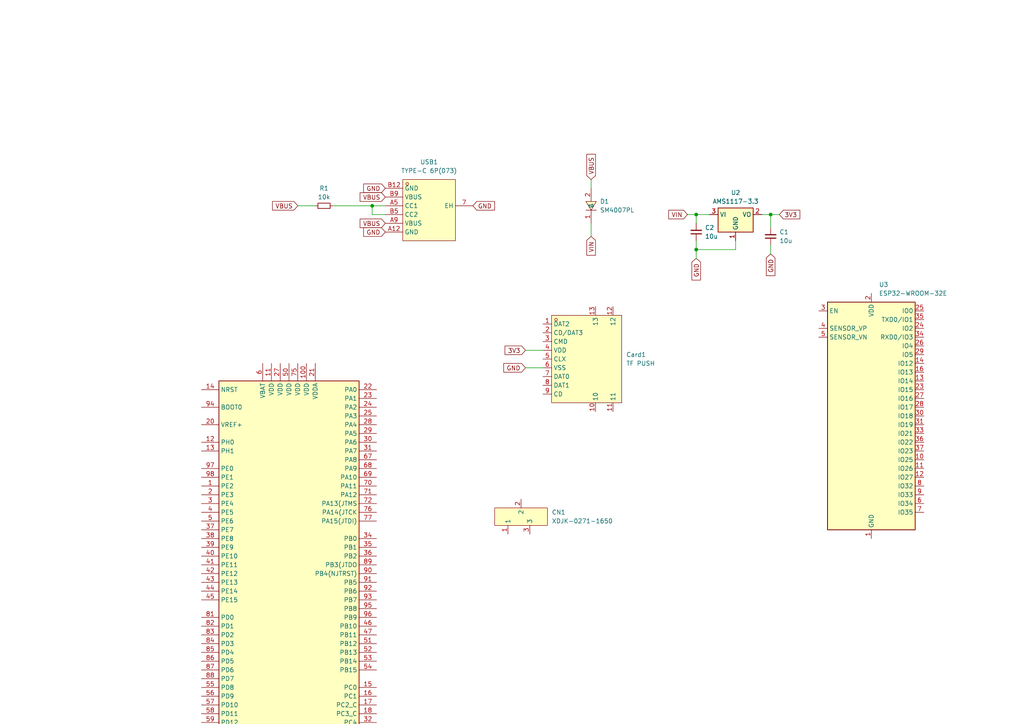
<source format=kicad_sch>
(kicad_sch (version 20231120) (generator "eeschema") (generator_version "8.0")
  (paper "A4")
  (lib_symbols
    (symbol "Device:C_Small" (pin_numbers hide) (pin_names (offset 0.254) hide)
      (property "Reference" "C" (at 0.254 1.778 0))
      (property "Value" "C_Small" (at 0.254 -2.032 0))
      (symbol "C_Small_0_1"
        (polyline (pts (xy -1.524 -0.508) (xy 1.524 -0.508)) (stroke (width 0.3302)))
        (polyline (pts (xy -1.524 0.508) (xy 1.524 0.508)) (stroke (width 0.3048)))
      )
      (symbol "C_Small_1_1"
        (pin passive line (at 0 2.54 270) (length 2.032) (name "~") (number "1"))
        (pin passive line (at 0 -2.54 90) (length 2.032) (name "~") (number "2"))
      )
    )
    (symbol "Device:R_Small" (pin_numbers hide) (pin_names (offset 0.254) hide)
      (property "Reference" "R" (at 0.762 0.508 0))
      (property "Value" "R_Small" (at 0.762 -1.016 0))
      (symbol "R_Small_0_1"
        (rectangle (start -0.762 1.778) (end 0.762 -1.778) (stroke (width 0.2032)))
      )
      (symbol "R_Small_1_1"
        (pin passive line (at 0 2.54 270) (length 0.762) (name "~") (number "1"))
        (pin passive line (at 0 -2.54 90) (length 0.762) (name "~") (number "2"))
      )
    )
    (symbol "MCU_ST_STM32H7:STM32H723VETx"
      (property "Reference" "U" (at -20.32 67.31 0))
      (property "Value" "STM32H723VETx" (at 10.16 67.31 0))
      (symbol "STM32H723VETx_0_1"
        (rectangle (start -20.32 -66.04) (end 20.32 66.04) (stroke (width 0.254)) (fill (type background)))
      )
      (symbol "STM32H723VETx_1_1"
        (pin bidirectional line (at -25.4 35.56 0) (length 5.08) (name "PE2") (number "1"))
        (pin power_in line (at 0 -71.12 90) (length 5.08) (name "VSS") (number "10"))
        (pin power_in line (at 5.08 71.12 270) (length 5.08) (name "VDD") (number "100"))
        (pin power_in line (at -5.08 71.12 270) (length 5.08) (name "VDD") (number "11"))
        (pin bidirectional line (at -25.4 48.26 0) (length 5.08) (name "PH0") (number "12"))
        (pin bidirectional line (at -25.4 45.72 0) (length 5.08) (name "PH1") (number "13"))
        (pin input line (at -25.4 63.5 0) (length 5.08) (name "NRST") (number "14"))
        (pin bidirectional line (at 25.4 -22.86 180) (length 5.08) (name "PC0") (number "15"))
        (pin bidirectional line (at 25.4 -25.4 180) (length 5.08) (name "PC1") (number "16"))
        (pin bidirectional line (at 25.4 -27.94 180) (length 5.08) (name "PC2_C") (number "17"))
        (pin bidirectional line (at 25.4 -30.48 180) (length 5.08) (name "PC3_C") (number "18"))
        (pin power_in line (at 2.54 -71.12 90) (length 5.08) (name "VSSA") (number "19"))
        (pin bidirectional line (at -25.4 33.02 0) (length 5.08) (name "PE3") (number "2"))
        (pin input line (at -25.4 53.34 0) (length 5.08) (name "VREF+") (number "20"))
        (pin power_in line (at 7.62 71.12 270) (length 5.08) (name "VDDA") (number "21"))
        (pin bidirectional line (at 25.4 63.5 180) (length 5.08) (name "PA0") (number "22"))
        (pin bidirectional line (at 25.4 60.96 180) (length 5.08) (name "PA1") (number "23"))
        (pin bidirectional line (at 25.4 58.42 180) (length 5.08) (name "PA2") (number "24"))
        (pin bidirectional line (at 25.4 55.88 180) (length 5.08) (name "PA3") (number "25"))
        (pin passive line (at 0 -71.12 90) (length 5.08) hide (name "VSS") (number "26"))
        (pin power_in line (at -2.54 71.12 270) (length 5.08) (name "VDD") (number "27"))
        (pin bidirectional line (at 25.4 53.34 180) (length 5.08) (name "PA4") (number "28"))
        (pin bidirectional line (at 25.4 50.8 180) (length 5.08) (name "PA5") (number "29"))
        (pin bidirectional line (at -25.4 30.48 0) (length 5.08) (name "PE4") (number "3"))
        (pin bidirectional line (at 25.4 48.26 180) (length 5.08) (name "PA6") (number "30"))
        (pin bidirectional line (at 25.4 45.72 180) (length 5.08) (name "PA7") (number "31"))
        (pin bidirectional line (at 25.4 -33.02 180) (length 5.08) (name "PC4") (number "32"))
        (pin bidirectional line (at 25.4 -35.56 180) (length 5.08) (name "PC5") (number "33"))
        (pin bidirectional line (at 25.4 20.32 180) (length 5.08) (name "PB0") (number "34"))
        (pin bidirectional line (at 25.4 17.78 180) (length 5.08) (name "PB1") (number "35"))
        (pin bidirectional line (at 25.4 15.24 180) (length 5.08) (name "PB2") (number "36"))
        (pin bidirectional line (at -25.4 22.86 0) (length 5.08) (name "PE7") (number "37"))
        (pin bidirectional line (at -25.4 20.32 0) (length 5.08) (name "PE8") (number "38"))
        (pin bidirectional line (at -25.4 17.78 0) (length 5.08) (name "PE9") (number "39"))
        (pin bidirectional line (at -25.4 27.94 0) (length 5.08) (name "PE5") (number "4"))
        (pin bidirectional line (at -25.4 15.24 0) (length 5.08) (name "PE10") (number "40"))
        (pin bidirectional line (at -25.4 12.7 0) (length 5.08) (name "PE11") (number "41"))
        (pin bidirectional line (at -25.4 10.16 0) (length 5.08) (name "PE12") (number "42"))
        (pin bidirectional line (at -25.4 7.62 0) (length 5.08) (name "PE13") (number "43"))
        (pin bidirectional line (at -25.4 5.08 0) (length 5.08) (name "PE14") (number "44"))
        (pin bidirectional line (at -25.4 2.54 0) (length 5.08) (name "PE15") (number "45"))
        (pin bidirectional line (at 25.4 -5.08 180) (length 5.08) (name "PB10") (number "46"))
        (pin bidirectional line (at 25.4 -7.62 180) (length 5.08) (name "PB11") (number "47"))
        (pin power_out line (at -25.4 -45.72 0) (length 5.08) (name "VCAP") (number "48"))
        (pin passive line (at 0 -71.12 90) (length 5.08) hide (name "VSS") (number "49"))
        (pin bidirectional line (at -25.4 25.4 0) (length 5.08) (name "PE6") (number "5"))
        (pin power_in line (at 0 71.12 270) (length 5.08) (name "VDD") (number "50"))
        (pin bidirectional line (at 25.4 -10.16 180) (length 5.08) (name "PB12") (number "51"))
        (pin bidirectional line (at 25.4 -12.7 180) (length 5.08) (name "PB13") (number "52"))
        (pin bidirectional line (at 25.4 -15.24 180) (length 5.08) (name "PB14") (number "53"))
        (pin bidirectional line (at 25.4 -17.78 180) (length 5.08) (name "PB15") (number "54"))
        (pin bidirectional line (at -25.4 -22.86 0) (length 5.08) (name "PD8") (number "55"))
        (pin bidirectional line (at -25.4 -25.4 0) (length 5.08) (name "PD9") (number "56"))
        (pin bidirectional line (at -25.4 -27.94 0) (length 5.08) (name "PD10") (number "57"))
        (pin bidirectional line (at -25.4 -30.48 0) (length 5.08) (name "PD11") (number "58"))
        (pin bidirectional line (at -25.4 -33.02 0) (length 5.08) (name "PD12") (number "59"))
        (pin power_in line (at -7.62 71.12 270) (length 5.08) (name "VBAT") (number "6"))
        (pin bidirectional line (at -25.4 -35.56 0) (length 5.08) (name "PD13") (number "60"))
        (pin bidirectional line (at -25.4 -38.1 0) (length 5.08) (name "PD14") (number "61"))
        (pin bidirectional line (at -25.4 -40.64 0) (length 5.08) (name "PD15") (number "62"))
        (pin bidirectional line (at 25.4 -38.1 180) (length 5.08) (name "PC6") (number "63"))
        (pin bidirectional line (at 25.4 -40.64 180) (length 5.08) (name "PC7") (number "64"))
        (pin bidirectional line (at 25.4 -43.18 180) (length 5.08) (name "PC8") (number "65"))
        (pin bidirectional line (at 25.4 -45.72 180) (length 5.08) (name "PC9") (number "66"))
        (pin bidirectional line (at 25.4 43.18 180) (length 5.08) (name "PA8") (number "67"))
        (pin bidirectional line (at 25.4 40.64 180) (length 5.08) (name "PA9") (number "68"))
        (pin bidirectional line (at 25.4 38.1 180) (length 5.08) (name "PA10") (number "69"))
        (pin bidirectional line (at 25.4 -55.88 180) (length 5.08) (name "PC13") (number "7"))
        (pin bidirectional line (at 25.4 35.56 180) (length 5.08) (name "PA11") (number "70"))
        (pin bidirectional line (at 25.4 33.02 180) (length 5.08) (name "PA12") (number "71"))
        (pin bidirectional line (at 25.4 30.48 180) (length 5.08) (name "PA13(JTMS") (number "72"))
        (pin power_out line (at -25.4 -48.26 0) (length 5.08) (name "VCAP") (number "73"))
        (pin passive line (at 0 -71.12 90) (length 5.08) hide (name "VSS") (number "74"))
        (pin power_in line (at 2.54 71.12 270) (length 5.08) (name "VDD") (number "75"))
        (pin bidirectional line (at 25.4 27.94 180) (length 5.08) (name "PA14(JTCK") (number "76"))
        (pin bidirectional line (at 25.4 25.4 180) (length 5.08) (name "PA15(JTDI)") (number "77"))
        (pin bidirectional line (at 25.4 -48.26 180) (length 5.08) (name "PC10") (number "78"))
        (pin bidirectional line (at 25.4 -50.8 180) (length 5.08) (name "PC11") (number "79"))
        (pin bidirectional line (at 25.4 -58.42 180) (length 5.08) (name "PC14") (number "8"))
        (pin bidirectional line (at 25.4 -53.34 180) (length 5.08) (name "PC12") (number "80"))
        (pin bidirectional line (at -25.4 -2.54 0) (length 5.08) (name "PD0") (number "81"))
        (pin bidirectional line (at -25.4 -5.08 0) (length 5.08) (name "PD1") (number "82"))
        (pin bidirectional line (at -25.4 -7.62 0) (length 5.08) (name "PD2") (number "83"))
        (pin bidirectional line (at -25.4 -10.16 0) (length 5.08) (name "PD3") (number "84"))
        (pin bidirectional line (at -25.4 -12.7 0) (length 5.08) (name "PD4") (number "85"))
        (pin bidirectional line (at -25.4 -15.24 0) (length 5.08) (name "PD5") (number "86"))
        (pin bidirectional line (at -25.4 -17.78 0) (length 5.08) (name "PD6") (number "87"))
        (pin bidirectional line (at -25.4 -20.32 0) (length 5.08) (name "PD7") (number "88"))
        (pin bidirectional line (at 25.4 12.7 180) (length 5.08) (name "PB3(JTDO") (number "89"))
        (pin bidirectional line (at 25.4 -60.96 180) (length 5.08) (name "PC15") (number "9"))
        (pin bidirectional line (at 25.4 10.16 180) (length 5.08) (name "PB4(NJTRST)") (number "90"))
        (pin bidirectional line (at 25.4 7.62 180) (length 5.08) (name "PB5") (number "91"))
        (pin bidirectional line (at 25.4 5.08 180) (length 5.08) (name "PB6") (number "92"))
        (pin bidirectional line (at 25.4 2.54 180) (length 5.08) (name "PB7") (number "93"))
        (pin input line (at -25.4 58.42 0) (length 5.08) (name "BOOT0") (number "94"))
        (pin bidirectional line (at 25.4 0 180) (length 5.08) (name "PB8") (number "95"))
        (pin bidirectional line (at 25.4 -2.54 180) (length 5.08) (name "PB9") (number "96"))
        (pin bidirectional line (at -25.4 40.64 0) (length 5.08) (name "PE0") (number "97"))
        (pin bidirectional line (at -25.4 38.1 0) (length 5.08) (name "PE1") (number "98"))
        (pin passive line (at 0 -71.12 90) (length 5.08) hide (name "VSS") (number "99"))
      )
    )
    (symbol "RF_Module:ESP32-WROOM-32E"
      (property "Reference" "U" (at -12.7 34.29 0))
      (property "Value" "ESP32-WROOM-32E" (at 1.27 34.29 0))
      (symbol "ESP32-WROOM-32E_0_1"
        (rectangle (start -12.7 33.02) (end 12.7 -33.02) (stroke (width 0.254)) (fill (type background)))
      )
      (symbol "ESP32-WROOM-32E_1_1"
        (pin power_in line (at 0 -35.56 90) (length 2.54) (name "GND") (number "1"))
        (pin bidirectional line (at 15.24 -12.7 180) (length 2.54) (name "IO25") (number "10"))
        (pin bidirectional line (at 15.24 -15.24 180) (length 2.54) (name "IO26") (number "11"))
        (pin bidirectional line (at 15.24 -17.78 180) (length 2.54) (name "IO27") (number "12"))
        (pin bidirectional line (at 15.24 10.16 180) (length 2.54) (name "IO14") (number "13"))
        (pin bidirectional line (at 15.24 15.24 180) (length 2.54) (name "IO12") (number "14"))
        (pin passive line (at 0 -35.56 90) (length 2.54) hide (name "GND") (number "15"))
        (pin bidirectional line (at 15.24 12.7 180) (length 2.54) (name "IO13") (number "16"))
        (pin no_connect line (at -12.7 -5.08 0) (length 2.54) hide (name "NC") (number "17"))
        (pin no_connect line (at -12.7 -7.62 0) (length 2.54) hide (name "NC") (number "18"))
        (pin no_connect line (at -12.7 -12.7 0) (length 2.54) hide (name "NC") (number "19"))
        (pin power_in line (at 0 35.56 270) (length 2.54) (name "VDD") (number "2"))
        (pin no_connect line (at -12.7 -10.16 0) (length 2.54) hide (name "NC") (number "20"))
        (pin no_connect line (at -12.7 0 0) (length 2.54) hide (name "NC") (number "21"))
        (pin no_connect line (at -12.7 -2.54 0) (length 2.54) hide (name "NC") (number "22"))
        (pin bidirectional line (at 15.24 7.62 180) (length 2.54) (name "IO15") (number "23"))
        (pin bidirectional line (at 15.24 25.4 180) (length 2.54) (name "IO2") (number "24"))
        (pin bidirectional line (at 15.24 30.48 180) (length 2.54) (name "IO0") (number "25"))
        (pin bidirectional line (at 15.24 20.32 180) (length 2.54) (name "IO4") (number "26"))
        (pin bidirectional line (at 15.24 5.08 180) (length 2.54) (name "IO16") (number "27"))
        (pin bidirectional line (at 15.24 2.54 180) (length 2.54) (name "IO17") (number "28"))
        (pin bidirectional line (at 15.24 17.78 180) (length 2.54) (name "IO5") (number "29"))
        (pin input line (at -15.24 30.48 0) (length 2.54) (name "EN") (number "3"))
        (pin bidirectional line (at 15.24 0 180) (length 2.54) (name "IO18") (number "30"))
        (pin bidirectional line (at 15.24 -2.54 180) (length 2.54) (name "IO19") (number "31"))
        (pin no_connect line (at -12.7 -27.94 0) (length 2.54) hide (name "NC") (number "32"))
        (pin bidirectional line (at 15.24 -5.08 180) (length 2.54) (name "IO21") (number "33"))
        (pin bidirectional line (at 15.24 22.86 180) (length 2.54) (name "RXD0/IO3") (number "34"))
        (pin bidirectional line (at 15.24 27.94 180) (length 2.54) (name "TXD0/IO1") (number "35"))
        (pin bidirectional line (at 15.24 -7.62 180) (length 2.54) (name "IO22") (number "36"))
        (pin bidirectional line (at 15.24 -10.16 180) (length 2.54) (name "IO23") (number "37"))
        (pin passive line (at 0 -35.56 90) (length 2.54) hide (name "GND") (number "38"))
        (pin passive line (at 0 -35.56 90) (length 2.54) hide (name "GND") (number "39"))
        (pin input line (at -15.24 25.4 0) (length 2.54) (name "SENSOR_VP") (number "4"))
        (pin input line (at -15.24 22.86 0) (length 2.54) (name "SENSOR_VN") (number "5"))
        (pin input line (at 15.24 -25.4 180) (length 2.54) (name "IO34") (number "6"))
        (pin input line (at 15.24 -27.94 180) (length 2.54) (name "IO35") (number "7"))
        (pin bidirectional line (at 15.24 -20.32 180) (length 2.54) (name "IO32") (number "8"))
        (pin bidirectional line (at 15.24 -22.86 180) (length 2.54) (name "IO33") (number "9"))
      )
    )
    (symbol "Regulator_Linear:AMS1117-3.3"
      (property "Reference" "U" (at -3.81 3.175 0))
      (property "Value" "AMS1117-3.3" (at 0 3.175 0))
      (symbol "AMS1117-3.3_0_1"
        (rectangle (start -5.08 -5.08) (end 5.08 1.905) (stroke (width 0.254)) (fill (type background)))
      )
      (symbol "AMS1117-3.3_1_1"
        (pin power_in line (at 0 -7.62 90) (length 2.54) (name "GND") (number "1"))
        (pin power_out line (at 7.62 0 180) (length 2.54) (name "VO") (number "2"))
        (pin power_in line (at -7.62 0 0) (length 2.54) (name "VI") (number "3"))
      )
    )
    (symbol "easyeda2kicad:SM4007PL"
      (property "Reference" "D" (at 0 5.08 0))
      (property "Value" "SM4007PL" (at 0 -5.08 0))
      (symbol "SM4007PL_0_1"
        (polyline (pts (xy -1.27 -1.52) (xy -1.27 1.52)))
        (polyline (pts (xy 1.27 1.52) (xy -1.27 0) (xy 1.27 -1.52) (xy 1.27 1.52)) (fill (type background)))
        (pin unspecified line (at -5.08 0 0) (length 3.81) (name "C") (number "1"))
        (pin unspecified line (at 5.08 0 180) (length 3.81) (name "A") (number "2"))
      )
    )
    (symbol "easyeda2kicad:TFPUSH"
      (property "Reference" "Card" (at 0 20.32 0))
      (property "Value" "TF PUSH" (at 0 -20.32 0))
      (symbol "TFPUSH_0_1"
        (rectangle (start -7.62 12.7) (end 12.7 -12.7) (fill (type background)))
        (circle (center -6.35 11.43) (radius 0.38))
        (pin unspecified line (at -10.16 10.16 0) (length 2.54) (name "DAT2") (number "1"))
        (pin unspecified line (at 5.08 -15.24 90) (length 2.54) (name "10") (number "10"))
        (pin unspecified line (at 10.16 -15.24 90) (length 2.54) (name "11") (number "11"))
        (pin unspecified line (at 10.16 15.24 270) (length 2.54) (name "12") (number "12"))
        (pin unspecified line (at 5.08 15.24 270) (length 2.54) (name "13") (number "13"))
        (pin unspecified line (at -10.16 7.62 0) (length 2.54) (name "CD/DAT3") (number "2"))
        (pin unspecified line (at -10.16 5.08 0) (length 2.54) (name "CMD") (number "3"))
        (pin unspecified line (at -10.16 2.54 0) (length 2.54) (name "VDD") (number "4"))
        (pin unspecified line (at -10.16 0 0) (length 2.54) (name "CLX") (number "5"))
        (pin unspecified line (at -10.16 -2.54 0) (length 2.54) (name "VSS") (number "6"))
        (pin unspecified line (at -10.16 -5.08 0) (length 2.54) (name "DAT0") (number "7"))
        (pin unspecified line (at -10.16 -7.62 0) (length 2.54) (name "DAT1") (number "8"))
        (pin unspecified line (at -10.16 -10.16 0) (length 2.54) (name "CD") (number "9"))
      )
    )
    (symbol "easyeda2kicad:TYPE-C6P(073)"
      (property "Reference" "USB" (at 0 10.16 0))
      (property "Value" "TYPE-C 6P(073)" (at 0 -12.7 0))
      (symbol "TYPE-C6P(073)_0_1"
        (rectangle (start -7.62 7.62) (end 7.62 -10.16) (fill (type background)))
        (circle (center -6.35 6.35) (radius 0.38))
        (pin unspecified line (at 12.7 0 180) (length 5.08) (name "EH") (number "7"))
        (pin unspecified line (at -12.7 -7.62 0) (length 5.08) (name "GND") (number "A12"))
        (pin unspecified line (at -12.7 0 0) (length 5.08) (name "CC1") (number "A5"))
        (pin unspecified line (at -12.7 -5.08 0) (length 5.08) (name "VBUS") (number "A9"))
        (pin unspecified line (at -12.7 5.08 0) (length 5.08) (name "GND") (number "B12"))
        (pin unspecified line (at -12.7 -2.54 0) (length 5.08) (name "CC2") (number "B5"))
        (pin unspecified line (at -12.7 2.54 0) (length 5.08) (name "VBUS") (number "B9"))
      )
    )
    (symbol "easyeda2kicad:XDJK-0271-1650"
      (property "Reference" "CN" (at 0 10.16 0))
      (property "Value" "XDJK-0271-1650" (at 0 -10.16 0))
      (symbol "XDJK-0271-1650_0_1"
        (rectangle (start -7.62 2.54) (end 7.62 -2.54) (fill (type background)))
        (pin unspecified line (at -3.81 -5.08 90) (length 2.54) (name "1") (number "1"))
        (pin unspecified line (at 0 5.08 270) (length 2.54) (name "2") (number "2"))
        (pin unspecified line (at 2.54 -5.08 90) (length 2.54) (name "3") (number "3"))
      )
    )
  )
  (junction (at 201.93 62.23))
  (junction (at 201.93 72.39))
  (junction (at 107.95 59.69))
  (junction (at 223.52 62.23))
  (wire (pts (xy 171.45 68.58) (xy 171.45 64.77)))
  (wire (pts (xy 111.76 62.23) (xy 107.95 62.23)))
  (wire (pts (xy 107.95 59.69) (xy 111.76 59.69)))
  (wire (pts (xy 223.52 73.66) (xy 223.52 71.12)))
  (wire (pts (xy 223.52 62.23) (xy 220.98 62.23)))
  (wire (pts (xy 96.52 59.69) (xy 107.95 59.69)))
  (wire (pts (xy 223.52 62.23) (xy 223.52 66.04)))
  (wire (pts (xy 199.39 62.23) (xy 201.93 62.23)))
  (wire (pts (xy 152.4 101.6) (xy 157.48 101.6)))
  (wire (pts (xy 201.93 72.39) (xy 201.93 69.85)))
  (wire (pts (xy 226.06 62.23) (xy 223.52 62.23)))
  (wire (pts (xy 201.93 74.93) (xy 201.93 72.39)))
  (wire (pts (xy 213.36 72.39) (xy 201.93 72.39)))
  (wire (pts (xy 107.95 59.69) (xy 107.95 62.23)))
  (wire (pts (xy 213.36 69.85) (xy 213.36 72.39)))
  (wire (pts (xy 201.93 62.23) (xy 205.74 62.23)))
  (wire (pts (xy 86.36 59.69) (xy 91.44 59.69)))
  (wire (pts (xy 171.45 52.07) (xy 171.45 54.61)))
  (wire (pts (xy 152.4 106.68) (xy 157.48 106.68)))
  (wire (pts (xy 201.93 64.77) (xy 201.93 62.23)))
  (global_label "VBUS" (shape input) (at 86.36 59.69 180) (property "Intersheetrefs" "${INTERSHEET_REFS}" (effects (hide yes))))
  (global_label "GND" (shape input) (at 111.76 67.31 180) (property "Intersheetrefs" "${INTERSHEET_REFS}" (effects (hide yes))))
  (global_label "VBUS" (shape input) (at 111.76 64.77 180) (property "Intersheetrefs" "${INTERSHEET_REFS}" (effects (hide yes))))
  (global_label "GND" (shape input) (at 223.52 73.66 270) (property "Intersheetrefs" "${INTERSHEET_REFS}" (effects (hide yes))))
  (global_label "VIN" (shape input) (at 171.45 68.58 270) (property "Intersheetrefs" "${INTERSHEET_REFS}" (effects (hide yes))))
  (global_label "3V3" (shape input) (at 152.4 101.6 180) (property "Intersheetrefs" "${INTERSHEET_REFS}" (effects (hide yes))))
  (global_label "GND" (shape input) (at 111.76 54.61 180) (property "Intersheetrefs" "${INTERSHEET_REFS}" (effects (hide yes))))
  (global_label "VBUS" (shape input) (at 171.45 52.07 90) (property "Intersheetrefs" "${INTERSHEET_REFS}" (effects (hide yes))))
  (global_label "GND" (shape input) (at 152.4 106.68 180) (property "Intersheetrefs" "${INTERSHEET_REFS}" (effects (hide yes))))
  (global_label "GND" (shape input) (at 201.93 74.93 270) (property "Intersheetrefs" "${INTERSHEET_REFS}" (effects (hide yes))))
  (global_label "GND" (shape input) (at 137.16 59.69 0) (property "Intersheetrefs" "${INTERSHEET_REFS}" (effects (hide yes))))
  (global_label "VBUS" (shape input) (at 111.76 57.15 180) (property "Intersheetrefs" "${INTERSHEET_REFS}" (effects (hide yes))))
  (global_label "3V3" (shape input) (at 226.06 62.23 0) (property "Intersheetrefs" "${INTERSHEET_REFS}" (effects (hide yes))))
  (global_label "VIN" (shape input) (at 199.39 62.23 180) (property "Intersheetrefs" "${INTERSHEET_REFS}" (effects (hide yes))))
  (symbol (lib_id "RF_Module:ESP32-WROOM-32E") (at 252.73 120.65 0) (unit 1)
    (property "Reference" "U3" (at 254.9241 82.55 0) (effects (justify left)))
    (property "Value" "ESP32-WROOM-32E" (at 254.9241 85.09 0) (effects (justify left)))
    (property "Footprint" "RF_Module:ESP32-WROOM-32D" (effects (hide yes)))
    (property "Datasheet" "https://www.espressif.com/sites/default/files/documentation/esp32-wroom-32e_esp32-wroom-32ue_datasheet_en.pdf" (effects (hide yes)))
    (property "Description" "RF Module, ESP32-D0WD-V3 SoC, without PSRAM, Wi-Fi 802.11b/g/n, Bluetooth, BLE, 32-bit, 2.7-3.6V, onboard antenna, SMD" (effects (hide yes)))
    (property "LCSC" "C701342" (effects (hide yes)))
  )
  (symbol (lib_id "Regulator_Linear:AMS1117-3.3") (at 213.36 62.23 0) (unit 1)
    (property "Reference" "U2" (at 213.36 55.88 0))
    (property "Value" "AMS1117-3.3" (at 213.36 58.42 0))
    (property "Footprint" "Package_TO_SOT_SMD:SOT-223-3_TabPin2" (effects (hide yes)))
    (property "Datasheet" "http://www.advanced-monolithic.com/pdf/ds1117.pdf" (effects (hide yes)))
    (property "Description" "1A Low Dropout regulator, positive, 3.3V fixed output, SOT-223" (effects (hide yes)))
    (property "LCSC" "C6186" (effects (hide yes)))
  )
  (symbol (lib_id "easyeda2kicad:SM4007PL") (at 171.45 59.69 90) (unit 1)
    (property "Reference" "D1" (at 173.99 58.4199 90) (effects (justify right)))
    (property "Value" "SM4007PL" (at 173.99 60.9599 90) (effects (justify right)))
    (property "Footprint" "easyeda2kicad:SOD-123F_L2.8-W1.8-LS3.7-RD" (effects (hide yes)))
    (property "Datasheet" "https://lcsc.com/product-detail/Diodes-General-Purpose_SM4007PL-A7_C64898.html" (effects (hide yes)))
    (property "LCSC Part" "C64898" (effects (hide yes)))
  )
  (symbol (lib_id "easyeda2kicad:XDJK-0271-1650") (at 151.13 149.86 0) (unit 1)
    (property "Reference" "CN1" (at 160.02 148.5899 0) (effects (justify left)))
    (property "Value" "XDJK-0271-1650" (at 160.02 151.1299 0) (effects (justify left)))
    (property "Footprint" "easyeda2kicad:CONN-TH_XDJK-0271-1650" (effects (hide yes)))
    (property "LCSC Part" "C7527522" (effects (hide yes)))
  )
  (symbol (lib_id "easyeda2kicad:TYPE-C6P(073)") (at 124.46 59.69 0) (unit 1)
    (property "Reference" "USB1" (at 124.46 46.99 0))
    (property "Value" "TYPE-C 6P(073)" (at 124.46 49.53 0))
    (property "Footprint" "easyeda2kicad:TYPE-C-SMD_TYPE-C-6P_5" (effects (hide yes)))
    (property "Datasheet" "https://lcsc.com/product-detail/USB-Connectors_SHOU-HAN-TYPE-C-6P-073_C668623.html" (effects (hide yes)))
    (property "LCSC Part" "C668623" (effects (hide yes)))
  )
  (symbol (lib_id "Device:C_Small") (at 223.52 68.58 180) (unit 1)
    (property "Reference" "C1" (at 226.06 67.3035 0) (effects (justify right)))
    (property "Value" "10u" (at 226.06 69.8435 0) (effects (justify right)))
    (property "Footprint" "Capacitor_SMD:C_0603_1608Metric" (effects (hide yes)))
    (property "Description" "Unpolarized capacitor, small symbol" (effects (hide yes)))
    (property "LCSC" "C57112" (effects (hide yes)))
  )
  (symbol (lib_id "Device:C_Small") (at 201.93 67.31 180) (unit 1)
    (property "Reference" "C2" (at 204.47 66.0335 0) (effects (justify right)))
    (property "Value" "10u" (at 204.47 68.5735 0) (effects (justify right)))
    (property "Footprint" "Capacitor_SMD:C_0603_1608Metric" (effects (hide yes)))
    (property "Description" "Unpolarized capacitor, small symbol" (effects (hide yes)))
    (property "LCSC" "C57112" (effects (hide yes)))
  )
  (symbol (lib_id "easyeda2kicad:TFPUSH") (at 167.64 104.14 0) (unit 1)
    (property "Reference" "Card1" (at 181.61 102.8699 0) (effects (justify left)))
    (property "Value" "TF PUSH" (at 181.61 105.4099 0) (effects (justify left)))
    (property "Footprint" "easyeda2kicad:TF-SMD_TF-PUSH" (effects (hide yes)))
    (property "Datasheet" "https://lcsc.com/product-detail/Connector-Card-Sockets_SHOU-HAN-SHOU-HAN-TFDeck-TF-Deck_C393941.html" (effects (hide yes)))
    (property "LCSC Part" "C393941" (effects (hide yes)))
  )
  (symbol (lib_id "Device:R_Small") (at 93.98 59.69 90) (unit 1)
    (property "Reference" "R1" (at 93.98 54.61 90))
    (property "Value" "10k" (at 93.98 57.15 90))
    (property "Footprint" "Resistor_SMD:R_0402_1005Metric" (effects (hide yes)))
    (property "Description" "Resistor, small symbol" (effects (hide yes)))
    (property "LCSC" "C25744" (effects (hide yes)))
  )
  (symbol (lib_id "MCU_ST_STM32H7:STM32H723VETx") (at 83.82 176.53 0) (unit 1)
    (property "Reference" "U1" (at 88.5541 245.11 0) (effects (justify left)))
    (property "Value" "STM32H723VETx" (at 88.5541 247.65 0) (effects (justify left)))
    (property "Footprint" "Package_QFP:LQFP-100_14x14mm_P0.5mm" (effects (hide yes)))
    (property "Datasheet" "https://www.st.com/resource/en/datasheet/stm32h723ve.pdf" (effects (hide yes)))
    (property "Description" "STMicroelectronics Arm Cortex-M7 MCU, 512KB flash, 564KB RAM, 550 MHz, 1.71-3.6V, 82 GPIO, LQFP100" (effects (hide yes)))
    (property "LCSC" "C730141" (effects (hide yes)))
  )
)
</source>
